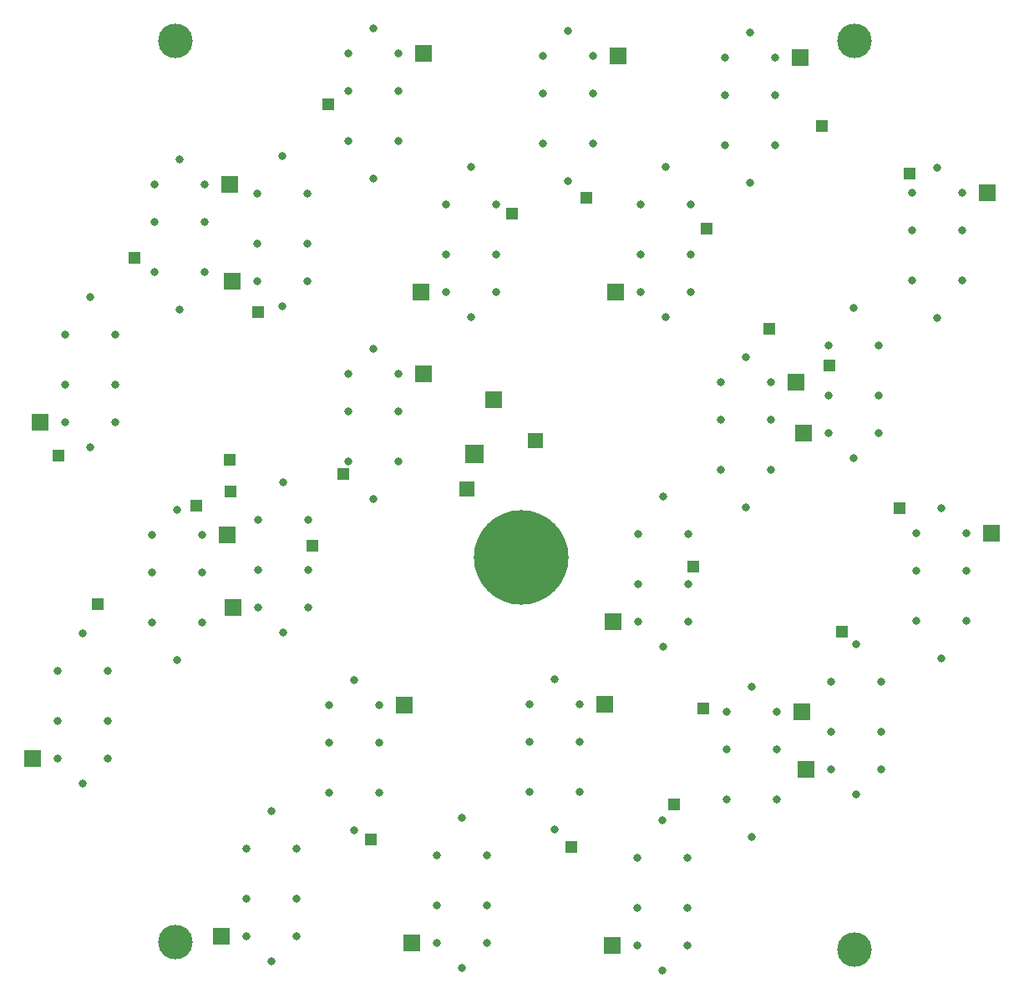
<source format=gbs>
G75*
%MOIN*%
%OFA0B0*%
%FSLAX25Y25*%
%IPPOS*%
%LPD*%
%AMOC8*
5,1,8,0,0,1.08239X$1,22.5*
%
%ADD10C,0.03162*%
%ADD11C,0.13800*%
%ADD12C,0.37808*%
%ADD13R,0.06800X0.06800*%
%ADD14R,0.07400X0.07400*%
%ADD15R,0.06115X0.06115*%
%ADD16R,0.04762X0.04762*%
%ADD17R,0.06706X0.06706*%
D10*
X0114262Y0063133D03*
X0142562Y0068433D03*
X0152562Y0058433D03*
X0162562Y0068433D03*
X0162562Y0083433D03*
X0162562Y0103433D03*
X0152562Y0118433D03*
X0142562Y0103433D03*
X0142562Y0083433D03*
X0185662Y0110733D03*
X0195662Y0125733D03*
X0195662Y0145733D03*
X0195662Y0160733D03*
X0185662Y0170733D03*
X0175662Y0160733D03*
X0175662Y0145733D03*
X0175662Y0125733D03*
X0218662Y0100733D03*
X0228662Y0115733D03*
X0238662Y0100733D03*
X0238662Y0080733D03*
X0238662Y0065733D03*
X0228662Y0055733D03*
X0218662Y0065733D03*
X0218662Y0080733D03*
X0255662Y0126033D03*
X0265662Y0111033D03*
X0275662Y0126033D03*
X0275662Y0146033D03*
X0275662Y0161033D03*
X0265662Y0171033D03*
X0255662Y0161033D03*
X0255662Y0146033D03*
X0298662Y0099933D03*
X0308662Y0114933D03*
X0318662Y0099933D03*
X0318662Y0079933D03*
X0318662Y0064933D03*
X0308662Y0054933D03*
X0298662Y0064933D03*
X0298662Y0079933D03*
X0344362Y0108233D03*
X0354362Y0123233D03*
X0375862Y0135233D03*
X0385862Y0125233D03*
X0395862Y0135233D03*
X0395862Y0150233D03*
X0395862Y0170233D03*
X0385862Y0185233D03*
X0375862Y0170233D03*
X0354362Y0158233D03*
X0344362Y0168233D03*
X0334362Y0158233D03*
X0334362Y0143233D03*
X0354362Y0143233D03*
X0375862Y0150233D03*
X0334362Y0123233D03*
X0385262Y0063133D03*
X0419962Y0179533D03*
X0429962Y0194533D03*
X0429962Y0214533D03*
X0429962Y0229533D03*
X0419962Y0239533D03*
X0409962Y0229533D03*
X0409962Y0214533D03*
X0409962Y0194533D03*
X0351962Y0254733D03*
X0341962Y0239733D03*
X0331962Y0254733D03*
X0331962Y0274733D03*
X0331962Y0289733D03*
X0341962Y0299733D03*
X0351962Y0289733D03*
X0351962Y0274733D03*
X0374962Y0269533D03*
X0384962Y0259533D03*
X0394962Y0269533D03*
X0394962Y0284533D03*
X0394962Y0304533D03*
X0384962Y0319533D03*
X0374962Y0304533D03*
X0374962Y0284533D03*
X0418162Y0315533D03*
X0428162Y0330533D03*
X0428162Y0350533D03*
X0428162Y0365533D03*
X0418162Y0375533D03*
X0408162Y0365533D03*
X0408162Y0350533D03*
X0408162Y0330533D03*
X0353562Y0384633D03*
X0343562Y0369633D03*
X0333562Y0384633D03*
X0333562Y0404633D03*
X0333562Y0419633D03*
X0343562Y0429633D03*
X0353562Y0419633D03*
X0353562Y0404633D03*
X0385262Y0426133D03*
X0320062Y0360733D03*
X0310062Y0375733D03*
X0300062Y0360733D03*
X0300062Y0340733D03*
X0300062Y0325733D03*
X0310062Y0315733D03*
X0320062Y0325733D03*
X0320062Y0340733D03*
X0281062Y0385233D03*
X0271062Y0370233D03*
X0261062Y0385233D03*
X0261062Y0405233D03*
X0261062Y0420233D03*
X0271062Y0430233D03*
X0281062Y0420233D03*
X0281062Y0405233D03*
X0242162Y0360833D03*
X0232162Y0375833D03*
X0222162Y0360833D03*
X0222162Y0340833D03*
X0222162Y0325833D03*
X0232162Y0315833D03*
X0242162Y0325833D03*
X0242162Y0340833D03*
X0203362Y0386133D03*
X0193362Y0371133D03*
X0183362Y0386133D03*
X0183362Y0406133D03*
X0183362Y0421133D03*
X0193362Y0431133D03*
X0203362Y0421133D03*
X0203362Y0406133D03*
X0156862Y0380233D03*
X0166862Y0365233D03*
X0166862Y0345233D03*
X0166862Y0330233D03*
X0156862Y0320233D03*
X0146862Y0330233D03*
X0146862Y0345233D03*
X0146862Y0365233D03*
X0125862Y0368733D03*
X0115862Y0378733D03*
X0105862Y0368733D03*
X0105862Y0353733D03*
X0125862Y0353733D03*
X0125862Y0333733D03*
X0115862Y0318733D03*
X0105862Y0333733D03*
X0090362Y0308933D03*
X0080362Y0323933D03*
X0070362Y0308933D03*
X0070362Y0288933D03*
X0070362Y0273933D03*
X0080362Y0263933D03*
X0090362Y0273933D03*
X0090362Y0288933D03*
X0114962Y0238933D03*
X0124962Y0228933D03*
X0124962Y0213933D03*
X0124962Y0193933D03*
X0114962Y0178933D03*
X0104962Y0193933D03*
X0104962Y0213933D03*
X0104962Y0228933D03*
X0147262Y0234733D03*
X0157262Y0249733D03*
X0167262Y0234733D03*
X0167262Y0214733D03*
X0167262Y0199733D03*
X0157262Y0189733D03*
X0147262Y0199733D03*
X0147262Y0214733D03*
X0183162Y0258033D03*
X0193162Y0243033D03*
X0203162Y0258033D03*
X0203162Y0278033D03*
X0203162Y0293033D03*
X0193162Y0303033D03*
X0183162Y0293033D03*
X0183162Y0278033D03*
X0077462Y0189533D03*
X0087462Y0174533D03*
X0067462Y0174533D03*
X0067462Y0154533D03*
X0067462Y0139533D03*
X0077462Y0129533D03*
X0087462Y0139533D03*
X0087462Y0154533D03*
X0299062Y0194333D03*
X0309062Y0184333D03*
X0319062Y0194333D03*
X0319062Y0209333D03*
X0319062Y0229333D03*
X0309062Y0244333D03*
X0299062Y0229333D03*
X0299062Y0209333D03*
X0114262Y0426133D03*
D11*
X0114262Y0426133D03*
X0385262Y0426133D03*
X0385262Y0063133D03*
X0114162Y0066233D03*
D12*
X0252462Y0219833D03*
D13*
X0289062Y0194333D03*
X0285662Y0161033D03*
X0364362Y0158233D03*
X0365862Y0135233D03*
X0288662Y0064933D03*
X0208662Y0065733D03*
X0132562Y0068433D03*
X0057462Y0139533D03*
X0137262Y0199733D03*
X0134962Y0228933D03*
X0205662Y0160733D03*
X0213162Y0293033D03*
X0212162Y0325833D03*
X0136862Y0330233D03*
X0135862Y0368733D03*
X0213362Y0421133D03*
X0291062Y0420233D03*
X0363562Y0419633D03*
X0438162Y0365533D03*
X0361962Y0289733D03*
X0364962Y0269533D03*
X0439962Y0229533D03*
X0290062Y0325733D03*
X0060362Y0273933D03*
D14*
X0233562Y0261233D03*
D15*
X0230762Y0247033D03*
X0257862Y0266633D03*
D16*
X0320862Y0216233D03*
X0324862Y0159633D03*
X0313162Y0121233D03*
X0272362Y0104233D03*
X0192362Y0107033D03*
X0083162Y0201133D03*
X0122562Y0240533D03*
X0136262Y0246333D03*
X0135962Y0258733D03*
X0168962Y0224533D03*
X0181462Y0253133D03*
X0147362Y0317733D03*
X0098062Y0339633D03*
X0067662Y0260433D03*
X0175462Y0400933D03*
X0248662Y0357033D03*
X0278362Y0363433D03*
X0326462Y0351233D03*
X0351162Y0311133D03*
X0375262Y0296633D03*
X0403162Y0239533D03*
X0380162Y0190033D03*
X0407162Y0373033D03*
X0372462Y0392133D03*
D17*
X0241162Y0282933D03*
M02*

</source>
